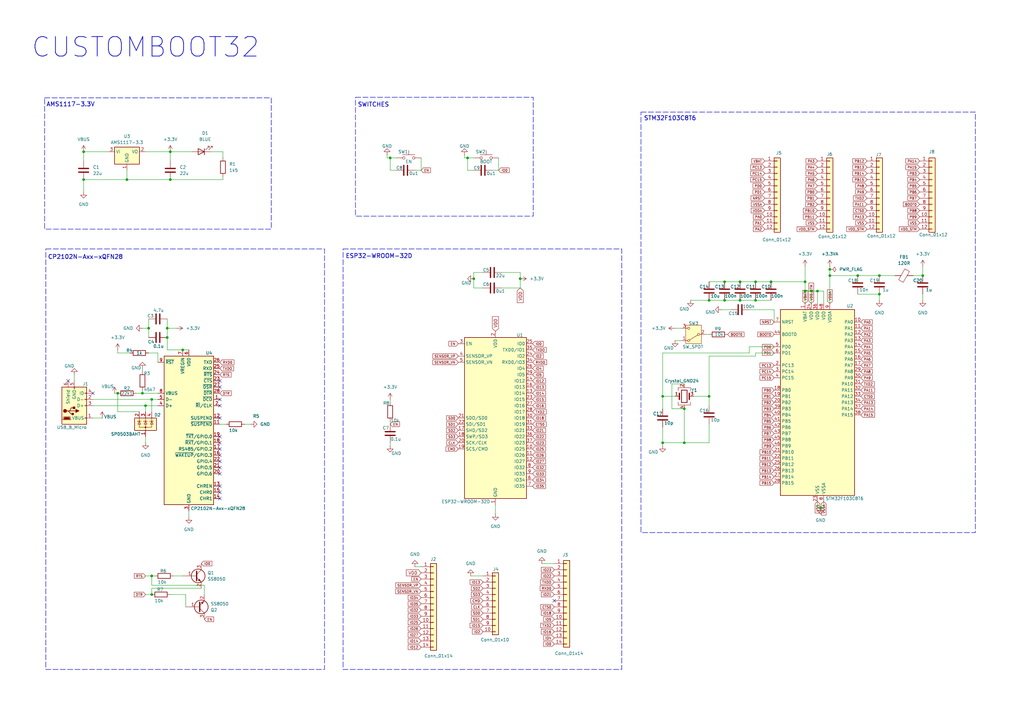
<source format=kicad_sch>
(kicad_sch (version 20231120) (generator "eeschema") (generator_version "8.0")
  (paper "A3")
  (title_block (title "CustomBoot32") (date "2025-07-03") (rev "v1") (company "Society of Robotics and Automation ") (comment 1 "Archit More"))
  (junction (at 62.23 236.22))
  (junction (at 271.78 181.61))
  (junction (at 335.28 119.38))
  (junction (at 52.07 73.66))
  (junction (at 60.96 134.62))
  (junction (at 297.18 115.57))
  (junction (at 332.74 119.38))
  (junction (at 62.23 163.83))
  (junction (at 68.58 134.62))
  (junction (at 330.2 119.38))
  (junction (at 213.36 114.3))
  (junction (at 74.93 143.51))
  (junction (at 303.53 123.19))
  (junction (at 160.02 64.77))
  (junction (at 309.88 115.57))
  (junction (at 34.29 62.23))
  (junction (at 309.88 123.19))
  (junction (at 360.68 113.03))
  (junction (at 360.68 120.65))
  (junction (at 340.36 113.03))
  (junction (at 68.58 138.43))
  (junction (at 62.23 243.84))
  (junction (at 290.83 162.56))
  (junction (at 59.69 166.37))
  (junction (at 303.53 115.57))
  (junction (at 69.85 73.66))
  (junction (at 34.29 73.66))
  (junction (at 340.36 110.49))
  (junction (at 316.23 115.57))
  (junction (at 69.85 62.23))
  (junction (at 48.26 161.29))
  (junction (at 290.83 123.19))
  (junction (at 378.46 113.03))
  (junction (at 58.42 161.29))
  (junction (at 280.67 181.61))
  (junction (at 336.55 208.28))
  (junction (at 271.78 162.56))
  (junction (at 191.77 64.77))
  (junction (at 280.67 167.64))
  (junction (at 297.18 123.19))
  (junction (at 351.79 113.03))
  (junction (at 330.2 115.57))
  (junction (at 194.31 114.3))
  (no_connect (at 90.17 171.45))
  (no_connect (at 90.17 166.37))
  (no_connect (at 90.17 179.07))
  (no_connect (at 90.17 184.15))
  (no_connect (at 90.17 204.47))
  (no_connect (at 90.17 189.23))
  (no_connect (at 90.17 199.39))
  (no_connect (at 90.17 186.69))
  (no_connect (at 27.94 156.21))
  (no_connect (at 90.17 163.83))
  (no_connect (at 227.33 246.38))
  (no_connect (at 90.17 201.93))
  (no_connect (at 90.17 158.75))
  (no_connect (at 90.17 156.21))
  (no_connect (at 38.1 161.29))
  (no_connect (at 90.17 181.61))
  (no_connect (at 90.17 191.77))
  (no_connect (at 90.17 194.31))
  (wire (pts (xy 280.67 157.48) (xy 275.59 157.48)))
  (wire (pts (xy 332.74 119.38) (xy 335.28 119.38)))
  (wire (pts (xy 213.36 114.3) (xy 213.36 118.11)))
  (wire (pts (xy 378.46 120.65) (xy 378.46 123.19)))
  (wire (pts (xy 190.5 63.5) (xy 190.5 64.77)))
  (wire (pts (xy 160.02 181.61) (xy 160.02 182.88)))
  (wire (pts (xy 71.12 236.22) (xy 74.93 236.22)))
  (wire (pts (xy 38.1 171.45) (xy 41.91 171.45)))
  (wire (pts (xy 283.21 123.19) (xy 290.83 123.19)))
  (wire (pts (xy 77.47 209.55) (xy 77.47 212.09)))
  (wire (pts (xy 30.48 153.67) (xy 30.48 156.21)))
  (wire (pts (xy 275.59 167.64) (xy 280.67 167.64)))
  (wire (pts (xy 68.58 143.51) (xy 68.58 138.43)))
  (wire (pts (xy 34.29 62.23) (xy 34.29 66.04)))
  (wire (pts (xy 271.78 175.26) (xy 271.78 181.61)))
  (wire (pts (xy 59.69 243.84) (xy 62.23 243.84)))
  (wire (pts (xy 62.23 236.22) (xy 63.5 236.22)))
  (wire (pts (xy 307.34 142.24) (xy 307.34 144.78)))
  (wire (pts (xy 337.82 205.74) (xy 337.82 208.28)))
  (wire (pts (xy 57.15 168.91) (xy 48.26 168.91)))
  (wire (pts (xy 64.77 144.78) (xy 64.77 148.59)))
  (wire (pts (xy 74.93 143.51) (xy 77.47 143.51)))
  (wire (pts (xy 170.18 69.85) (xy 172.72 69.85)))
  (wire (pts (xy 307.34 144.78) (xy 271.78 144.78)))
  (wire (pts (xy 91.44 73.66) (xy 69.85 73.66)))
  (wire (pts (xy 48.26 168.91) (xy 48.26 161.29)))
  (wire (pts (xy 191.77 64.77) (xy 194.31 64.77)))
  (wire (pts (xy 280.67 167.64) (xy 280.67 181.61)))
  (wire (pts (xy 194.31 69.85) (xy 191.77 69.85)))
  (wire (pts (xy 289.56 137.16) (xy 290.83 137.16)))
  (wire (pts (xy 284.48 162.56) (xy 290.83 162.56)))
  (wire (pts (xy 58.42 161.29) (xy 64.77 161.29)))
  (wire (pts (xy 83.82 243.84) (xy 83.82 240.03)))
  (wire (pts (xy 76.2 243.84) (xy 76.2 248.92)))
  (wire (pts (xy 335.28 205.74) (xy 335.28 208.28)))
  (wire (pts (xy 330.2 109.22) (xy 330.2 115.57)))
  (wire (pts (xy 205.74 111.76) (xy 213.36 111.76)))
  (wire (pts (xy 205.74 118.11) (xy 213.36 118.11)))
  (wire (pts (xy 59.69 62.23) (xy 69.85 62.23)))
  (wire (pts (xy 58.42 134.62) (xy 60.96 134.62)))
  (wire (pts (xy 193.04 236.22) (xy 198.12 236.22)))
  (wire (pts (xy 34.29 73.66) (xy 52.07 73.66)))
  (wire (pts (xy 309.88 144.78) (xy 309.88 146.05)))
  (wire (pts (xy 295.91 127) (xy 299.72 127)))
  (wire (pts (xy 330.2 119.38) (xy 332.74 119.38)))
  (wire (pts (xy 337.82 119.38) (xy 337.82 124.46)))
  (wire (pts (xy 160.02 69.85) (xy 160.02 64.77)))
  (wire (pts (xy 297.18 123.19) (xy 303.53 123.19)))
  (wire (pts (xy 290.83 123.19) (xy 297.18 123.19)))
  (wire (pts (xy 317.5 127) (xy 317.5 132.08)))
  (wire (pts (xy 309.88 144.78) (xy 317.5 144.78)))
  (wire (pts (xy 330.2 115.57) (xy 330.2 119.38)))
  (wire (pts (xy 59.69 179.07) (xy 59.69 181.61)))
  (wire (pts (xy 160.02 64.77) (xy 162.56 64.77)))
  (wire (pts (xy 86.36 62.23) (xy 91.44 62.23)))
  (wire (pts (xy 271.78 162.56) (xy 276.86 162.56)))
  (wire (pts (xy 160.02 163.83) (xy 160.02 165.1)))
  (wire (pts (xy 55.88 161.29) (xy 58.42 161.29)))
  (wire (pts (xy 337.82 208.28) (xy 336.55 208.28)))
  (wire (pts (xy 374.65 113.03) (xy 378.46 113.03)))
  (wire (pts (xy 213.36 111.76) (xy 213.36 114.3)))
  (wire (pts (xy 83.82 240.03) (xy 62.23 240.03)))
  (wire (pts (xy 330.2 119.38) (xy 330.2 124.46)))
  (wire (pts (xy 46.99 161.29) (xy 48.26 161.29)))
  (wire (pts (xy 58.42 151.13) (xy 58.42 152.4)))
  (wire (pts (xy 297.18 115.57) (xy 303.53 115.57)))
  (wire (pts (xy 307.34 142.24) (xy 317.5 142.24)))
  (wire (pts (xy 290.83 162.56) (xy 290.83 166.37)))
  (wire (pts (xy 335.28 208.28) (xy 336.55 208.28)))
  (wire (pts (xy 290.83 115.57) (xy 297.18 115.57)))
  (wire (pts (xy 34.29 62.23) (xy 44.45 62.23)))
  (wire (pts (xy 91.44 72.39) (xy 91.44 73.66)))
  (wire (pts (xy 222.25 231.14) (xy 227.33 231.14)))
  (wire (pts (xy 59.69 166.37) (xy 64.77 166.37)))
  (wire (pts (xy 158.75 64.77) (xy 160.02 64.77)))
  (wire (pts (xy 335.28 119.38) (xy 337.82 119.38)))
  (wire (pts (xy 170.18 232.41) (xy 172.72 232.41)))
  (wire (pts (xy 158.75 63.5) (xy 158.75 64.77)))
  (wire (pts (xy 190.5 64.77) (xy 191.77 64.77)))
  (wire (pts (xy 198.12 118.11) (xy 194.31 118.11)))
  (wire (pts (xy 48.26 144.78) (xy 53.34 144.78)))
  (wire (pts (xy 38.1 163.83) (xy 62.23 163.83)))
  (wire (pts (xy 201.93 69.85) (xy 204.47 69.85)))
  (wire (pts (xy 351.79 113.03) (xy 340.36 113.03)))
  (wire (pts (xy 68.58 130.81) (xy 68.58 134.62)))
  (wire (pts (xy 194.31 114.3) (xy 194.31 111.76)))
  (wire (pts (xy 204.47 64.77) (xy 204.47 69.85)))
  (wire (pts (xy 378.46 109.22) (xy 378.46 113.03)))
  (wire (pts (xy 194.31 111.76) (xy 198.12 111.76)))
  (wire (pts (xy 280.67 181.61) (xy 271.78 181.61)))
  (wire (pts (xy 191.77 69.85) (xy 191.77 64.77)))
  (wire (pts (xy 58.42 160.02) (xy 58.42 161.29)))
  (wire (pts (xy 90.17 173.99) (xy 92.71 173.99)))
  (wire (pts (xy 60.96 134.62) (xy 60.96 138.43)))
  (wire (pts (xy 271.78 167.64) (xy 271.78 162.56)))
  (wire (pts (xy 340.36 113.03) (xy 340.36 124.46)))
  (wire (pts (xy 62.23 240.03) (xy 62.23 236.22)))
  (wire (pts (xy 59.69 236.22) (xy 62.23 236.22)))
  (wire (pts (xy 172.72 64.77) (xy 172.72 69.85)))
  (wire (pts (xy 69.85 62.23) (xy 78.74 62.23)))
  (wire (pts (xy 160.02 172.72) (xy 160.02 173.99)))
  (wire (pts (xy 162.56 69.85) (xy 160.02 69.85)))
  (wire (pts (xy 276.86 139.7) (xy 279.4 139.7)))
  (wire (pts (xy 34.29 73.66) (xy 34.29 78.74)))
  (wire (pts (xy 62.23 241.3) (xy 62.23 243.84)))
  (wire (pts (xy 309.88 115.57) (xy 316.23 115.57)))
  (wire (pts (xy 303.53 123.19) (xy 309.88 123.19)))
  (wire (pts (xy 276.86 134.62) (xy 279.4 134.62)))
  (wire (pts (xy 69.85 62.23) (xy 69.85 66.04)))
  (wire (pts (xy 68.58 134.62) (xy 72.39 134.62)))
  (wire (pts (xy 69.85 243.84) (xy 76.2 243.84)))
  (wire (pts (xy 194.31 118.11) (xy 194.31 114.3)))
  (wire (pts (xy 271.78 144.78) (xy 271.78 162.56)))
  (wire (pts (xy 91.44 62.23) (xy 91.44 64.77)))
  (wire (pts (xy 60.96 130.81) (xy 60.96 134.62)))
  (wire (pts (xy 62.23 163.83) (xy 64.77 163.83)))
  (wire (pts (xy 303.53 115.57) (xy 309.88 115.57)))
  (wire (pts (xy 290.83 146.05) (xy 290.83 162.56)))
  (wire (pts (xy 100.33 173.99) (xy 102.87 173.99)))
  (wire (pts (xy 62.23 163.83) (xy 62.23 168.91)))
  (wire (pts (xy 52.07 69.85) (xy 52.07 73.66)))
  (wire (pts (xy 271.78 181.61) (xy 271.78 182.88)))
  (wire (pts (xy 290.83 173.99) (xy 290.83 181.61)))
  (wire (pts (xy 360.68 120.65) (xy 360.68 123.19)))
  (wire (pts (xy 335.28 119.38) (xy 335.28 124.46)))
  (wire (pts (xy 340.36 110.49) (xy 340.36 113.03)))
  (wire (pts (xy 68.58 134.62) (xy 68.58 138.43)))
  (wire (pts (xy 60.96 144.78) (xy 64.77 144.78)))
  (wire (pts (xy 340.36 109.22) (xy 340.36 110.49)))
  (wire (pts (xy 52.07 73.66) (xy 69.85 73.66)))
  (wire (pts (xy 351.79 113.03) (xy 360.68 113.03)))
  (wire (pts (xy 48.26 143.51) (xy 48.26 144.78)))
  (wire (pts (xy 290.83 181.61) (xy 280.67 181.61)))
  (wire (pts (xy 275.59 157.48) (xy 275.59 167.64)))
  (wire (pts (xy 360.68 113.03) (xy 367.03 113.03)))
  (wire (pts (xy 68.58 143.51) (xy 74.93 143.51)))
  (wire (pts (xy 351.79 120.65) (xy 360.68 120.65)))
  (wire (pts (xy 332.74 119.38) (xy 332.74 124.46)))
  (wire (pts (xy 309.88 146.05) (xy 290.83 146.05)))
  (wire (pts (xy 309.88 123.19) (xy 316.23 123.19)))
  (wire (pts (xy 203.2 207.01) (xy 203.2 210.82)))
  (wire (pts (xy 307.34 127) (xy 317.5 127)))
  (wire (pts (xy 38.1 166.37) (xy 59.69 166.37)))
  (wire (pts (xy 316.23 115.57) (xy 330.2 115.57)))
  (wire (pts (xy 82.55 241.3) (xy 62.23 241.3)))
  (wire (pts (xy 59.69 166.37) (xy 59.69 168.91)))
  (rectangle (start 18.288 40.132) (end 111.252 93.98) (stroke (width 0.2) (type dash)))
  (rectangle (start 18.796 102.108) (end 133.096 274.574) (stroke (width 0.2) (type dash)))
  (rectangle (start 145.796 39.878) (end 218.694 88.646) (stroke (width 0.2) (type dash)))
  (rectangle (start 262.89 45.974) (end 400.05 218.44) (stroke (width 0.2) (type dash)))
  (rectangle (start 140.716 102.108) (end 255.016 274.574) (stroke (width 0.2) (type dash)))
  (text "CP2102N-Axx-xQFN28\n\n" (at 35.052 106.934 0) (effects (font (size 1.75 1.75) (thickness 0.254) (bold yes))))
  (text "SWITCHES\n\n" (at 153.162 44.45 0) (effects (font (size 1.75 1.75) (thickness 0.254) (bold yes))))
  (text "ESP32-WROOM-32D\n" (at 155.448 105.156 0) (effects (font (size 1.75 1.75) (thickness 0.254) (bold yes))))
  (text "AMS1117-3.3V\n" (at 28.956 42.926 0) (effects (font (size 1.75 1.75) (thickness 0.254) (bold yes))))
  (text "STM32F103C8T6\n\n" (at 274.828 50.038 0) (effects (font (size 1.75 1.75) (thickness 0.254) (bold yes))))
  (text "CUSTOMBOOT32" (at 59.69 19.558 0) (effects (font (size 8 8) (thickness 0.28) (bold yes))))
  (global_label "SD0" (shape input) (at 198.12 251.46 180) (effects (font (size 1 1))) (property "Intersheetrefs" "${INTERSHEET_REFS}" (effects (hide yes))))
  (global_label "PB15" (shape input) (at 355.6 73.66 180) (effects (font (size 1 1))) (property "Intersheetrefs" "${INTERSHEET_REFS}" (effects (hide yes))))
  (global_label "IO4" (shape input) (at 218.44 151.13 0) (effects (font (size 1 1))) (property "Intersheetrefs" "${INTERSHEET_REFS}" (effects (hide yes))))
  (global_label "TXDO" (shape input) (at 90.17 151.13 0) (effects (font (size 1 1))) (property "Intersheetrefs" "${INTERSHEET_REFS}" (effects (hide yes))))
  (global_label "CLK" (shape input) (at 198.12 248.92 180) (effects (font (size 1 1))) (property "Intersheetrefs" "${INTERSHEET_REFS}" (effects (hide yes))))
  (global_label "TXD2" (shape input) (at 218.44 168.91 0) (effects (font (size 1 1))) (property "Intersheetrefs" "${INTERSHEET_REFS}" (effects (hide yes))))
  (global_label "IO12" (shape input) (at 172.72 265.43 180) (effects (font (size 1 1))) (property "Intersheetrefs" "${INTERSHEET_REFS}" (effects (hide yes))))
  (global_label "SD0" (shape input) (at 187.96 171.45 180) (effects (font (size 1 1))) (property "Intersheetrefs" "${INTERSHEET_REFS}" (effects (hide yes))))
  (global_label "IO33" (shape input) (at 218.44 194.31 0) (effects (font (size 1 1))) (property "Intersheetrefs" "${INTERSHEET_REFS}" (effects (hide yes))))
  (global_label "PB10" (shape input) (at 317.5 185.42 180) (effects (font (size 1 1))) (property "Intersheetrefs" "${INTERSHEET_REFS}" (effects (hide yes))))
  (global_label "IO22" (shape input) (at 227.33 236.22 180) (effects (font (size 1 1))) (property "Intersheetrefs" "${INTERSHEET_REFS}" (effects (hide yes))))
  (global_label "PD0" (shape input) (at 317.5 142.24 180) (effects (font (size 1 1))) (property "Intersheetrefs" "${INTERSHEET_REFS}" (effects (hide yes))))
  (global_label "IO5" (shape input) (at 227.33 254 180) (effects (font (size 1 1))) (property "Intersheetrefs" "${INTERSHEET_REFS}" (effects (hide yes))))
  (global_label "PA1" (shape input) (at 313.69 91.44 180) (effects (font (size 1 1))) (property "Intersheetrefs" "${INTERSHEET_REFS}" (effects (hide yes))))
  (global_label "PB7" (shape input) (at 317.5 177.8 180) (effects (font (size 1 1))) (property "Intersheetrefs" "${INTERSHEET_REFS}" (effects (hide yes))))
  (global_label "PC15" (shape input) (at 313.69 73.66 180) (effects (font (size 1 1))) (property "Intersheetrefs" "${INTERSHEET_REFS}" (effects (hide yes))))
  (global_label "SENSOR_VN" (shape input) (at 187.96 148.59 180) (effects (font (size 1 1))) (property "Intersheetrefs" "${INTERSHEET_REFS}" (effects (hide yes))))
  (global_label "BOOT0" (shape input) (at 317.5 137.16 180) (effects (font (size 1 1))) (property "Intersheetrefs" "${INTERSHEET_REFS}" (effects (hide yes))))
  (global_label "IO15" (shape input) (at 198.12 256.54 180) (effects (font (size 1 1))) (property "Intersheetrefs" "${INTERSHEET_REFS}" (effects (hide yes))))
  (global_label "PB13" (shape input) (at 355.6 68.58 180) (effects (font (size 1 1))) (property "Intersheetrefs" "${INTERSHEET_REFS}" (effects (hide yes))))
  (global_label "CTS0" (shape input) (at 355.6 86.36 180) (effects (font (size 1 1))) (property "Intersheetrefs" "${INTERSHEET_REFS}" (effects (hide yes))))
  (global_label "PA7" (shape input) (at 335.28 76.2 180) (effects (font (size 1 1))) (property "Intersheetrefs" "${INTERSHEET_REFS}" (effects (hide yes))))
  (global_label "DTR" (shape input) (at 90.17 161.29 0) (effects (font (size 1 1))) (property "Intersheetrefs" "${INTERSHEET_REFS}" (effects (hide yes))))
  (global_label "IO0" (shape input) (at 227.33 264.16 180) (effects (font (size 1 1))) (property "Intersheetrefs" "${INTERSHEET_REFS}" (effects (hide yes))))
  (global_label "RTS" (shape input) (at 59.69 236.22 180) (effects (font (size 1 1))) (property "Intersheetrefs" "${INTERSHEET_REFS}" (effects (hide yes))))
  (global_label "PB6" (shape input) (at 317.5 175.26 180) (effects (font (size 1 1))) (property "Intersheetrefs" "${INTERSHEET_REFS}" (effects (hide yes))))
  (global_label "PB4" (shape input) (at 317.5 170.18 180) (effects (font (size 1 1))) (property "Intersheetrefs" "${INTERSHEET_REFS}" (effects (hide yes))))
  (global_label "IO0" (shape input) (at 204.47 69.85 0) (effects (font (size 1 1))) (property "Intersheetrefs" "${INTERSHEET_REFS}" (effects (hide yes))))
  (global_label "PA5" (shape input) (at 335.28 71.12 180) (effects (font (size 1 1))) (property "Intersheetrefs" "${INTERSHEET_REFS}" (effects (hide yes))))
  (global_label "EN" (shape input) (at 172.72 237.49 180) (effects (font (size 1 1))) (property "Intersheetrefs" "${INTERSHEET_REFS}" (effects (hide yes))))
  (global_label "PC13" (shape input) (at 313.69 68.58 180) (effects (font (size 1 1))) (property "Intersheetrefs" "${INTERSHEET_REFS}" (effects (hide yes))))
  (global_label "IO5" (shape input) (at 218.44 153.67 0) (effects (font (size 1 1))) (property "Intersheetrefs" "${INTERSHEET_REFS}" (effects (hide yes))))
  (global_label "PB12" (shape input) (at 355.6 66.04 180) (effects (font (size 1 1))) (property "Intersheetrefs" "${INTERSHEET_REFS}" (effects (hide yes))))
  (global_label "IO32" (shape input) (at 218.44 191.77 0) (effects (font (size 1 1))) (property "Intersheetrefs" "${INTERSHEET_REFS}" (effects (hide yes))))
  (global_label "PB8" (shape input) (at 377.19 86.36 180) (effects (font (size 1 1))) (property "Intersheetrefs" "${INTERSHEET_REFS}" (effects (hide yes))))
  (global_label "PC15" (shape input) (at 317.5 154.94 180) (effects (font (size 1 1))) (property "Intersheetrefs" "${INTERSHEET_REFS}" (effects (hide yes))))
  (global_label "PB5" (shape input) (at 317.5 172.72 180) (effects (font (size 1 1))) (property "Intersheetrefs" "${INTERSHEET_REFS}" (effects (hide yes))))
  (global_label "PC14" (shape input) (at 317.5 152.4 180) (effects (font (size 1 1))) (property "Intersheetrefs" "${INTERSHEET_REFS}" (effects (hide yes))))
  (global_label "CMD" (shape input) (at 198.12 246.38 180) (effects (font (size 1 1))) (property "Intersheetrefs" "${INTERSHEET_REFS}" (effects (hide yes))))
  (global_label "NRST" (shape input) (at 317.5 132.08 180) (effects (font (size 1 1))) (property "Intersheetrefs" "${INTERSHEET_REFS}" (effects (hide yes))))
  (global_label "SENSOR_VP" (shape input) (at 172.72 240.03 180) (effects (font (size 1 1))) (property "Intersheetrefs" "${INTERSHEET_REFS}" (effects (hide yes))))
  (global_label "VDD" (shape input) (at 203.2 135.89 90) (property "Intersheetrefs" "${INTERSHEET_REFS}" (effects (hide yes))))
  (global_label "RTS" (shape input) (at 90.17 153.67 0) (effects (font (size 1 1))) (property "Intersheetrefs" "${INTERSHEET_REFS}" (effects (hide yes))))
  (global_label "IO14" (shape input) (at 218.44 161.29 0) (effects (font (size 1 1))) (property "Intersheetrefs" "${INTERSHEET_REFS}" (effects (hide yes))))
  (global_label "IO18" (shape input) (at 218.44 171.45 0) (effects (font (size 1 1))) (property "Intersheetrefs" "${INTERSHEET_REFS}" (effects (hide yes))))
  (global_label "IO27" (shape input) (at 172.72 260.35 180) (effects (font (size 1 1))) (property "Intersheetrefs" "${INTERSHEET_REFS}" (effects (hide yes))))
  (global_label "IO0" (shape input) (at 82.55 231.14 0) (effects (font (size 1 1))) (property "Intersheetrefs" "${INTERSHEET_REFS}" (effects (hide yes))))
  (global_label "PA5" (shape input) (at 353.06 144.78 0) (effects (font (size 1 1))) (property "Intersheetrefs" "${INTERSHEET_REFS}" (effects (hide yes))))
  (global_label "TXD2" (shape input) (at 227.33 256.54 180) (effects (font (size 1 1))) (property "Intersheetrefs" "${INTERSHEET_REFS}" (effects (hide yes))))
  (global_label "IO35" (shape input) (at 218.44 199.39 0) (effects (font (size 1 1))) (property "Intersheetrefs" "${INTERSHEET_REFS}" (effects (hide yes))))
  (global_label "DTR" (shape input) (at 59.69 243.84 180) (effects (font (size 1 1))) (property "Intersheetrefs" "${INTERSHEET_REFS}" (effects (hide yes))))
  (global_label "PB5" (shape input) (at 377.19 76.2 180) (effects (font (size 1 1))) (property "Intersheetrefs" "${INTERSHEET_REFS}" (effects (hide yes))))
  (global_label "PA0" (shape input) (at 353.06 132.08 0) (effects (font (size 1 1))) (property "Intersheetrefs" "${INTERSHEET_REFS}" (effects (hide yes))))
  (global_label "RXD0" (shape input) (at 218.44 148.59 0) (effects (font (size 1 1))) (property "Intersheetrefs" "${INTERSHEET_REFS}" (effects (hide yes))))
  (global_label "PB1" (shape input) (at 317.5 162.56 180) (effects (font (size 1 1))) (property "Intersheetrefs" "${INTERSHEET_REFS}" (effects (hide yes))))
  (global_label "PA2" (shape input) (at 313.69 93.98 180) (effects (font (size 1 1))) (property "Intersheetrefs" "${INTERSHEET_REFS}" (effects (hide yes))))
  (global_label "PA11" (shape input) (at 353.06 160.02 0) (effects (font (size 1 1))) (property "Intersheetrefs" "${INTERSHEET_REFS}" (effects (hide yes))))
  (global_label "PA1" (shape input) (at 353.06 134.62 0) (effects (font (size 1 1))) (property "Intersheetrefs" "${INTERSHEET_REFS}" (effects (hide yes))))
  (global_label "BOOT0" (shape input) (at 377.19 83.82 180) (effects (font (size 1 1))) (property "Intersheetrefs" "${INTERSHEET_REFS}" (effects (hide yes))))
  (global_label "IO34" (shape input) (at 172.72 245.11 180) (effects (font (size 1 1))) (property "Intersheetrefs" "${INTERSHEET_REFS}" (effects (hide yes))))
  (global_label "PA13" (shape input) (at 353.06 165.1 0) (effects (font (size 1 1))) (property "Intersheetrefs" "${INTERSHEET_REFS}" (effects (hide yes))))
  (global_label "VDD_STM" (shape input) (at 335.28 93.98 180) (effects (font (size 1 1))) (property "Intersheetrefs" "${INTERSHEET_REFS}" (effects (hide yes))))
  (global_label "PB14" (shape input) (at 355.6 71.12 180) (effects (font (size 1 1))) (property "Intersheetrefs" "${INTERSHEET_REFS}" (effects (hide yes))))
  (global_label "EN" (shape input) (at 83.82 254 0) (effects (font (size 1 1))) (property "Intersheetrefs" "${INTERSHEET_REFS}" (effects (hide yes))))
  (global_label "PB2" (shape input) (at 317.5 165.1 180) (effects (font (size 1 1))) (property "Intersheetrefs" "${INTERSHEET_REFS}" (effects (hide yes))))
  (global_label "PB0" (shape input) (at 335.28 78.74 180) (effects (font (size 1 1))) (property "Intersheetrefs" "${INTERSHEET_REFS}" (effects (hide yes))))
  (global_label "VSS" (shape input) (at 377.19 91.44 180) (effects (font (size 1 1))) (property "Intersheetrefs" "${INTERSHEET_REFS}" (effects (hide yes))))
  (global_label "EN" (shape input) (at 172.72 69.85 0) (effects (font (size 1 1))) (property "Intersheetrefs" "${INTERSHEET_REFS}" (effects (hide yes))))
  (global_label "PB12" (shape input) (at 317.5 190.5 180) (effects (font (size 1 1))) (property "Intersheetrefs" "${INTERSHEET_REFS}" (effects (hide yes))))
  (global_label "PA8" (shape input) (at 355.6 76.2 180) (effects (font (size 1 1))) (property "Intersheetrefs" "${INTERSHEET_REFS}" (effects (hide yes))))
  (global_label "PA2" (shape input) (at 353.06 137.16 0) (effects (font (size 1 1))) (property "Intersheetrefs" "${INTERSHEET_REFS}" (effects (hide yes))))
  (global_label "PC14" (shape input) (at 313.69 71.12 180) (effects (font (size 1 1))) (property "Intersheetrefs" "${INTERSHEET_REFS}" (effects (hide yes))))
  (global_label "PB15" (shape input) (at 317.5 198.12 180) (effects (font (size 1 1))) (property "Intersheetrefs" "${INTERSHEET_REFS}" (effects (hide yes))))
  (global_label "IO2" (shape input) (at 218.44 146.05 0) (effects (font (size 1 1))) (property "Intersheetrefs" "${INTERSHEET_REFS}" (effects (hide yes))))
  (global_label "IO27" (shape input) (at 218.44 189.23 0) (effects (font (size 1 1))) (property "Intersheetrefs" "${INTERSHEET_REFS}" (effects (hide yes))))
  (global_label "IO18" (shape input) (at 227.33 251.46 180) (effects (font (size 1 1))) (property "Intersheetrefs" "${INTERSHEET_REFS}" (effects (hide yes))))
  (global_label "PA9" (shape input) (at 355.6 78.74 180) (effects (font (size 1 1))) (property "Intersheetrefs" "${INTERSHEET_REFS}" (effects (hide yes))))
  (global_label "PD1" (shape input) (at 317.5 144.78 180) (effects (font (size 1 1))) (property "Intersheetrefs" "${INTERSHEET_REFS}" (effects (hide yes))))
  (global_label "PB14" (shape input) (at 317.5 195.58 180) (effects (font (size 1 1))) (property "Intersheetrefs" "${INTERSHEET_REFS}" (effects (hide yes))))
  (global_label "PA3" (shape input) (at 335.28 66.04 180) (effects (font (size 1 1))) (property "Intersheetrefs" "${INTERSHEET_REFS}" (effects (hide yes))))
  (global_label "PB9" (shape input) (at 377.19 88.9 180) (effects (font (size 1 1))) (property "Intersheetrefs" "${INTERSHEET_REFS}" (effects (hide yes))))
  (global_label "NRST" (shape input) (at 313.69 81.28 180) (effects (font (size 1 1))) (property "Intersheetrefs" "${INTERSHEET_REFS}" (effects (hide yes))))
  (global_label "PB0" (shape input) (at 317.5 160.02 180) (effects (font (size 1 1))) (property "Intersheetrefs" "${INTERSHEET_REFS}" (effects (hide yes))))
  (global_label "PB8" (shape input) (at 317.5 180.34 180) (effects (font (size 1 1))) (property "Intersheetrefs" "${INTERSHEET_REFS}" (effects (hide yes))))
  (global_label "IO16" (shape input) (at 227.33 259.08 180) (effects (font (size 1 1))) (property "Intersheetrefs" "${INTERSHEET_REFS}" (effects (hide yes))))
  (global_label "RXD0" (shape input) (at 90.17 148.59 0) (effects (font (size 1 1))) (property "Intersheetrefs" "${INTERSHEET_REFS}" (effects (hide yes))))
  (global_label "IO15" (shape input) (at 218.44 163.83 0) (effects (font (size 1 1))) (property "Intersheetrefs" "${INTERSHEET_REFS}" (effects (hide yes))))
  (global_label "IO13" (shape input) (at 198.12 238.76 180) (effects (font (size 1 1))) (property "Intersheetrefs" "${INTERSHEET_REFS}" (effects (hide yes))))
  (global_label "PA9" (shape input) (at 353.06 154.94 0) (effects (font (size 1 1))) (property "Intersheetrefs" "${INTERSHEET_REFS}" (effects (hide yes))))
  (global_label "TXDO" (shape input) (at 218.44 143.51 0) (effects (font (size 1 1))) (property "Intersheetrefs" "${INTERSHEET_REFS}" (effects (hide yes))))
  (global_label "IO22" (shape input) (at 218.44 179.07 0) (effects (font (size 1 1))) (property "Intersheetrefs" "${INTERSHEET_REFS}" (effects (hide yes))))
  (global_label "PA14" (shape input) (at 377.19 66.04 180) (effects (font (size 1 1))) (property "Intersheetrefs" "${INTERSHEET_REFS}" (effects (hide yes))))
  (global_label "IO23" (shape input) (at 227.33 233.68 180) (effects (font (size 1 1))) (property "Intersheetrefs" "${INTERSHEET_REFS}" (effects (hide yes))))
  (global_label "VSS" (shape input) (at 355.6 91.44 180) (effects (font (size 1 1))) (property "Intersheetrefs" "${INTERSHEET_REFS}" (effects (hide yes))))
  (global_label "PB10" (shape input) (at 335.28 86.36 180) (effects (font (size 1 1))) (property "Intersheetrefs" "${INTERSHEET_REFS}" (effects (hide yes))))
  (global_label "IO25" (shape input) (at 218.44 184.15 0) (effects (font (size 1 1))) (property "Intersheetrefs" "${INTERSHEET_REFS}" (effects (hide yes))))
  (global_label "PB4" (shape input) (at 377.19 73.66 180) (effects (font (size 1 1))) (property "Intersheetrefs" "${INTERSHEET_REFS}" (effects (hide yes))))
  (global_label "CTS0" (shape input) (at 227.33 248.92 180) (effects (font (size 1 1))) (property "Intersheetrefs" "${INTERSHEET_REFS}" (effects (hide yes))))
  (global_label "PA13" (shape input) (at 355.6 88.9 180) (effects (font (size 1 1))) (property "Intersheetrefs" "${INTERSHEET_REFS}" (effects (hide yes))))
  (global_label "PA3" (shape input) (at 353.06 139.7 0) (effects (font (size 1 1))) (property "Intersheetrefs" "${INTERSHEET_REFS}" (effects (hide yes))))
  (global_label "VBAT" (shape input) (at 313.69 66.04 180) (effects (font (size 1 1))) (property "Intersheetrefs" "${INTERSHEET_REFS}" (effects (hide yes))))
  (global_label "SD2" (shape input) (at 198.12 241.3 180) (effects (font (size 1 1))) (property "Intersheetrefs" "${INTERSHEET_REFS}" (effects (hide yes))))
  (global_label "PD1" (shape input) (at 313.69 78.74 180) (effects (font (size 1 1))) (property "Intersheetrefs" "${INTERSHEET_REFS}" (effects (hide yes))))
  (global_label "SENSOR_VN" (shape input) (at 172.72 242.57 180) (effects (font (size 1 1))) (property "Intersheetrefs" "${INTERSHEET_REFS}" (effects (hide yes))))
  (global_label "SD2" (shape input) (at 187.96 176.53 180) (effects (font (size 1 1))) (property "Intersheetrefs" "${INTERSHEET_REFS}" (effects (hide yes))))
  (global_label "SD3" (shape input) (at 187.96 179.07 180) (effects (font (size 1 1))) (property "Intersheetrefs" "${INTERSHEET_REFS}" (effects (hide yes))))
  (global_label "EN" (shape input) (at 187.96 140.97 180) (effects (font (size 1 1))) (property "Intersheetrefs" "${INTERSHEET_REFS}" (effects (hide yes))))
  (global_label "IO0" (shape input) (at 218.44 140.97 0) (effects (font (size 1 1))) (property "Intersheetrefs" "${INTERSHEET_REFS}" (effects (hide yes))))
  (global_label "TXDO" (shape input) (at 227.33 238.76 180) (effects (font (size 1 1))) (property "Intersheetrefs" "${INTERSHEET_REFS}" (effects (hide yes))))
  (global_label "VBAT" (shape input) (at 330.2 124.46 90) (effects (font (size 1 1))) (property "Intersheetrefs" "${INTERSHEET_REFS}" (effects (hide yes))))
  (global_label "RXD0" (shape input) (at 227.33 241.3 180) (effects (font (size 1 1))) (property "Intersheetrefs" "${INTERSHEET_REFS}" (effects (hide yes))))
  (global_label "IO16" (shape input) (at 218.44 166.37 0) (effects (font (size 1 1))) (property "Intersheetrefs" "${INTERSHEET_REFS}" (effects (hide yes))))
  (global_label "PB9" (shape input) (at 317.5 182.88 180) (effects (font (size 1 1))) (property "Intersheetrefs" "${INTERSHEET_REFS}" (effects (hide yes))))
  (global_label "EN" (shape input) (at 160.02 173.99 0) (effects (font (size 1 1))) (property "Intersheetrefs" "${INTERSHEET_REFS}" (effects (hide yes))))
  (global_label "PA7" (shape input) (at 353.06 149.86 0) (effects (font (size 1 1))) (property "Intersheetrefs" "${INTERSHEET_REFS}" (effects (hide yes))))
  (global_label "VDD" (shape input) (at 213.36 118.11 270) (property "Intersheetrefs" "${INTERSHEET_REFS}" (effects (hide yes))))
  (global_label "SD1" (shape input) (at 187.96 173.99 180) (effects (font (size 1 1))) (property "Intersheetrefs" "${INTERSHEET_REFS}" (effects (hide yes))))
  (global_label "PA0" (shape input) (at 313.69 88.9 180) (effects (font (size 1 1))) (property "Intersheetrefs" "${INTERSHEET_REFS}" (effects (hide yes))))
  (global_label "IO26" (shape input) (at 172.72 257.81 180) (effects (font (size 1 1))) (property "Intersheetrefs" "${INTERSHEET_REFS}" (effects (hide yes))))
  (global_label "PD0" (shape input) (at 313.69 76.2 180) (effects (font (size 1 1))) (property "Intersheetrefs" "${INTERSHEET_REFS}" (effects (hide yes))))
  (global_label "PA11" (shape input) (at 355.6 83.82 180) (effects (font (size 1 1))) (property "Intersheetrefs" "${INTERSHEET_REFS}" (effects (hide yes))))
  (global_label "VSS" (shape input) (at 335.28 205.74 270) (effects (font (size 1 1))) (property "Intersheetrefs" "${INTERSHEET_REFS}" (effects (hide yes))))
  (global_label "PB11" (shape input) (at 335.28 88.9 180) (effects (font (size 1 1))) (property "Intersheetrefs" "${INTERSHEET_REFS}" (effects (hide yes))))
  (global_label "VDDA" (shape input) (at 313.69 86.36 180) (effects (font (size 1 1))) (property "Intersheetrefs" "${INTERSHEET_REFS}" (effects (hide yes))))
  (global_label "PA6" (shape input) (at 353.06 147.32 0) (effects (font (size 1 1))) (property "Intersheetrefs" "${INTERSHEET_REFS}" (effects (hide yes))))
  (global_label "IO21" (shape input) (at 227.33 243.84 180) (effects (font (size 1 1))) (property "Intersheetrefs" "${INTERSHEET_REFS}" (effects (hide yes))))
  (global_label "CTS0" (shape input) (at 353.06 162.56 0) (effects (font (size 1 1))) (property "Intersheetrefs" "${INTERSHEET_REFS}" (effects (hide yes))))
  (global_label "TXD2" (shape input) (at 353.06 157.48 0) (effects (font (size 1 1))) (property "Intersheetrefs" "${INTERSHEET_REFS}" (effects (hide yes))))
  (global_label "PA14" (shape input) (at 353.06 167.64 0) (effects (font (size 1 1))) (property "Intersheetrefs" "${INTERSHEET_REFS}" (effects (hide yes))))
  (global_label "PB1" (shape input) (at 335.28 81.28 180) (effects (font (size 1 1))) (property "Intersheetrefs" "${INTERSHEET_REFS}" (effects (hide yes))))
  (global_label "IO21" (shape input) (at 218.44 176.53 0) (effects (font (size 1 1))) (property "Intersheetrefs" "${INTERSHEET_REFS}" (effects (hide yes))))
  (global_label "IO23" (shape input) (at 218.44 181.61 0) (effects (font (size 1 1))) (property "Intersheetrefs" "${INTERSHEET_REFS}" (effects (hide yes))))
  (global_label "IO34" (shape input) (at 218.44 196.85 0) (effects (font (size 1 1))) (property "Intersheetrefs" "${INTERSHEET_REFS}" (effects (hide yes))))
  (global_label "PB6" (shape input) (at 377.19 78.74 180) (effects (font (size 1 1))) (property "Intersheetrefs" "${INTERSHEET_REFS}" (effects (hide yes))))
  (global_label "PA4" (shape input) (at 353.06 142.24 0) (effects (font (size 1 1))) (property "Intersheetrefs" "${INTERSHEET_REFS}" (effects (hide yes))))
  (global_label "SENSOR_VP" (shape input) (at 187.96 146.05 180) (effects (font (size 1 1))) (property "Intersheetrefs" "${INTERSHEET_REFS}" (effects (hide yes))))
  (global_label "IO13" (shape input) (at 218.44 158.75 0) (effects (font (size 1 1))) (property "Intersheetrefs" "${INTERSHEET_REFS}" (effects (hide yes))))
  (global_label "VDD_STM" (shape input) (at 355.6 93.98 180) (effects (font (size 1 1))) (property "Intersheetrefs" "${INTERSHEET_REFS}" (effects (hide yes))))
  (global_label "IO25" (shape input) (at 172.72 255.27 180) (effects (font (size 1 1))) (property "Intersheetrefs" "${INTERSHEET_REFS}" (effects (hide yes))))
  (global_label "IO26" (shape input) (at 218.44 186.69 0) (effects (font (size 1 1))) (property "Intersheetrefs" "${INTERSHEET_REFS}" (effects (hide yes))))
  (global_label "VDD_STM" (shape input) (at 377.19 93.98 180) (effects (font (size 1 1))) (property "Intersheetrefs" "${INTERSHEET_REFS}" (effects (hide yes))))
  (global_label "IO4" (shape input) (at 227.33 261.62 180) (effects (font (size 1 1))) (property "Intersheetrefs" "${INTERSHEET_REFS}" (effects (hide yes))))
  (global_label "IO33" (shape input) (at 172.72 252.73 180) (effects (font (size 1 1))) (property "Intersheetrefs" "${INTERSHEET_REFS}" (effects (hide yes))))
  (global_label "IO32" (shape input) (at 172.72 250.19 180) (effects (font (size 1 1))) (property "Intersheetrefs" "${INTERSHEET_REFS}" (effects (hide yes))))
  (global_label "SD3" (shape input) (at 198.12 243.84 180) (effects (font (size 1 1))) (property "Intersheetrefs" "${INTERSHEET_REFS}" (effects (hide yes))))
  (global_label "PB3" (shape input) (at 317.5 167.64 180) (effects (font (size 1 1))) (property "Intersheetrefs" "${INTERSHEET_REFS}" (effects (hide yes))))
  (global_label "VSSA" (shape input) (at 313.69 83.82 180) (effects (font (size 1 1))) (property "Intersheetrefs" "${INTERSHEET_REFS}" (effects (hide yes))))
  (global_label "PA15" (shape input) (at 353.06 170.18 0) (effects (font (size 1 1))) (property "Intersheetrefs" "${INTERSHEET_REFS}" (effects (hide yes))))
  (global_label "PB3" (shape input) (at 377.19 71.12 180) (effects (font (size 1 1))) (property "Intersheetrefs" "${INTERSHEET_REFS}" (effects (hide yes))))
  (global_label "IO12" (shape input) (at 218.44 156.21 0) (effects (font (size 1 1))) (property "Intersheetrefs" "${INTERSHEET_REFS}" (effects (hide yes))))
  (global_label "IO2" (shape input) (at 198.12 259.08 180) (effects (font (size 1 1))) (property "Intersheetrefs" "${INTERSHEET_REFS}" (effects (hide yes))))
  (global_label "CLK" (shape input) (at 187.96 181.61 180) (effects (font (size 1 1))) (property "Intersheetrefs" "${INTERSHEET_REFS}" (effects (hide yes))))
  (global_label "SD1" (shape input) (at 198.12 254 180) (effects (font (size 1 1))) (property "Intersheetrefs" "${INTERSHEET_REFS}" (effects (hide yes))))
  (global_label "CMD" (shape input) (at 187.96 184.15 180) (effects (font (size 1 1))) (property "Intersheetrefs" "${INTERSHEET_REFS}" (effects (hide yes))))
  (global_label "VDDA" (shape input) (at 340.36 124.46 90) (effects (font (size 1 1))) (property "Intersheetrefs" "${INTERSHEET_REFS}" (effects (hide yes))))
  (global_label "IO14" (shape input) (at 172.72 262.89 180) (effects (font (size 1 1))) (property "Intersheetrefs" "${INTERSHEET_REFS}" (effects (hide yes))))
  (global_label "VSS" (shape input) (at 335.28 91.44 180) (effects (font (size 1 1))) (property "Intersheetrefs" "${INTERSHEET_REFS}" (effects (hide yes))))
  (global_label "VDD_STM" (shape input) (at 332.74 124.46 90) (effects (font (size 1 1))) (property "Intersheetrefs" "${INTERSHEET_REFS}" (effects (hide yes))))
  (global_label "PB11" (shape input) (at 317.5 187.96 180) (effects (font (size 1 1))) (property "Intersheetrefs" "${INTERSHEET_REFS}" (effects (hide yes))))
  (global_label "PC13" (shape input) (at 317.5 149.86 180) (effects (font (size 1 1))) (property "Intersheetrefs" "${INTERSHEET_REFS}" (effects (hide yes))))
  (global_label "VDD" (shape input) (at 172.72 234.95 180) (property "Intersheetrefs" "${INTERSHEET_REFS}" (effects (hide yes))))
  (global_label "BOOT0" (shape input) (at 298.45 137.16 0) (effects (font (size 1 1))) (property "Intersheetrefs" "${INTERSHEET_REFS}" (effects (hide yes))))
  (global_label "PA15" (shape input) (at 377.19 68.58 180) (effects (font (size 1 1))) (property "Intersheetrefs" "${INTERSHEET_REFS}" (effects (hide yes))))
  (global_label "IO35" (shape input) (at 172.72 247.65 180) (effects (font (size 1 1))) (property "Intersheetrefs" "${INTERSHEET_REFS}" (effects (hide yes))))
  (global_label "PA4" (shape input) (at 335.28 68.58 180) (effects (font (size 1 1))) (property "Intersheetrefs" "${INTERSHEET_REFS}" (effects (hide yes))))
  (global_label "PB7" (shape input) (at 377.19 81.28 180) (effects (font (size 1 1))) (property "Intersheetrefs" "${INTERSHEET_REFS}" (effects (hide yes))))
  (global_label "PB13" (shape input) (at 317.5 193.04 180) (effects (font (size 1 1))) (property "Intersheetrefs" "${INTERSHEET_REFS}" (effects (hide yes))))
  (global_label "TXD2" (shape input) (at 355.6 81.28 180) (effects (font (size 1 1))) (property "Intersheetrefs" "${INTERSHEET_REFS}" (effects (hide yes))))
  (global_label "PB2" (shape input) (at 335.28 83.82 180) (effects (font (size 1 1))) (property "Intersheetrefs" "${INTERSHEET_REFS}" (effects (hide yes))))
  (global_label "VSSA" (shape input) (at 337.82 205.74 270) (effects (font (size 1 1))) (property "Intersheetrefs" "${INTERSHEET_REFS}" (effects (hide yes))))
  (global_label "CTS0" (shape input) (at 218.44 173.99 0) (effects (font (size 1 1))) (property "Intersheetrefs" "${INTERSHEET_REFS}" (effects (hide yes))))
  (global_label "PA8" (shape input) (at 353.06 152.4 0) (effects (font (size 1 1))) (property "Intersheetrefs" "${INTERSHEET_REFS}" (effects (hide yes))))
  (global_label "PA6" (shape input) (at 335.28 73.66 180) (effects (font (size 1 1))) (property "Intersheetrefs" "${INTERSHEET_REFS}" (effects (hide yes))))
  (symbol (lib_id "power:+3.3V") (at 48.26 143.51 0) (unit 1)
    (property "Reference" "#PWR012" (effects (hide yes)))
    (property "Value" "+3.3V" (at 48.26 138.43 0))
    (property "Description" "Power symbol creates a global label with name \"+3.3V\"" (effects (hide yes)))
  )
  (symbol (lib_id "Device:R") (at 57.15 144.78 90) (unit 1)
    (property "Reference" "R4" (at 53.086 143.764 90))
    (property "Value" "1k" (at 57.15 144.78 90))
    (property "Description" "Resistor" (effects (hide yes)))
  )
  (symbol (lib_id "power:+3.3V") (at 160.02 163.83 0) (unit 1)
    (property "Reference" "#PWR017" (effects (hide yes)))
    (property "Value" "+3.3V" (at 160.02 158.75 0))
    (property "Description" "Power symbol creates a global label with name \"+3.3V\"" (effects (hide yes)))
  )
  (symbol (lib_id "Connector_Generic:Conn_01x12") (at 318.77 78.74 0) (unit 1)
    (property "Reference" "J5" (at 318.262 62.738 0) (effects (justify left)))
    (property "Value" "Conn_01x12" (at 312.674 98.298 0) (effects (justify left)))
    (property "Description" "Generic connector, single row, 01x12, script generated (kicad-library-utils/schlib/autogen/connector/)" (effects (hide yes)))
  )
  (symbol (lib_id "Device:C") (at 316.23 119.38 180) (unit 1)
    (property "Reference" "C10" (at 314.198 117.602 0))
    (property "Value" "100n" (at 318.77 121.412 0))
    (property "Description" "Unpolarized capacitor" (effects (hide yes)))
  )
  (symbol (lib_id "power:+3.3V") (at 213.36 114.3 270) (unit 1)
    (property "Reference" "#PWR015" (effects (hide yes)))
    (property "Value" "+3.3V" (at 217.17 114.2999 90) (effects (justify left)))
    (property "Description" "Power symbol creates a global label with name \"+3.3V\"" (effects (hide yes)))
  )
  (symbol (lib_id "Device:C") (at 271.78 171.45 180) (unit 1)
    (property "Reference" "C17" (at 269.748 169.672 0))
    (property "Value" "10p" (at 274.32 173.482 0))
    (property "Description" "Unpolarized capacitor" (effects (hide yes)))
  )
  (symbol (lib_id "power:PWR_FLAG") (at 340.36 110.49 270) (unit 1)
    (property "Reference" "#FLG01" (effects (hide yes)))
    (property "Value" "PWR_FLAG" (at 344.17 110.4899 90) (effects (justify left)))
    (property "Description" "Special symbol for telling ERC where power comes from" (effects (hide yes)))
  )
  (symbol (lib_id "Connector_Generic:Conn_01x14") (at 232.41 246.38 0) (unit 1)
    (property "Reference" "J3" (at 230.632 227.584 0) (effects (justify left)))
    (property "Value" "Conn_01x14" (at 227.584 267.97 0) (effects (justify left)))
    (property "Description" "Generic connector, single row, 01x14, script generated (kicad-library-utils/schlib/autogen/connector/)" (effects (hide yes)))
  )
  (symbol (lib_id "Device:R") (at 294.64 137.16 90) (unit 1)
    (property "Reference" "R9" (at 294.386 134.874 90))
    (property "Value" "10k" (at 294.894 137.16 90))
    (property "Description" "Resistor" (effects (hide yes)))
  )
  (symbol (lib_id "Device:C") (at 290.83 119.38 180) (unit 1)
    (property "Reference" "C14" (at 288.798 117.602 0))
    (property "Value" "10u" (at 293.37 121.412 0))
    (property "Description" "Unpolarized capacitor" (effects (hide yes)))
  )
  (symbol (lib_id "Device:C") (at 290.83 170.18 180) (unit 1)
    (property "Reference" "C16" (at 288.798 168.402 0))
    (property "Value" "10p" (at 293.37 172.212 0))
    (property "Description" "Unpolarized capacitor" (effects (hide yes)))
  )
  (symbol (lib_id "Connector_Generic:Conn_01x12") (at 382.27 78.74 0) (unit 1)
    (property "Reference" "J8" (at 381 62.23 0) (effects (justify left)))
    (property "Value" "Conn_01x12" (at 376.936 96.266 0) (effects (justify left)))
    (property "Description" "Generic connector, single row, 01x12, script generated (kicad-library-utils/schlib/autogen/connector/)" (effects (hide yes)))
  )
  (symbol (lib_id "power:GND") (at 102.87 173.99 90) (unit 1)
    (property "Reference" "#PWR06" (effects (hide yes)))
    (property "Value" "GND" (at 106.68 173.9899 90) (effects (justify right)))
    (property "Description" "Power symbol creates a global label with name \"GND\" , ground" (effects (hide yes)))
  )
  (symbol (lib_id "Device:R") (at 52.07 161.29 90) (unit 1)
    (property "Reference" "R2" (at 52.07 159.258 90))
    (property "Value" "22k1" (at 52.07 161.29 90))
    (property "Description" "Resistor" (effects (hide yes)))
  )
  (symbol (lib_id "Device:C") (at 166.37 69.85 90) (unit 1)
    (property "Reference" "C8" (at 163.83 68.834 90))
    (property "Value" "0u1" (at 169.672 71.12 90))
    (property "Description" "Unpolarized capacitor" (effects (hide yes)))
  )
  (symbol (lib_id "power:VBUS") (at 41.91 171.45 0) (unit 1)
    (property "Reference" "#PWR01" (effects (hide yes)))
    (property "Value" "VBUS" (at 45.212 170.942 0))
    (property "Description" "Power symbol creates a global label with name \"VBUS\"" (effects (hide yes)))
  )
  (symbol (lib_id "Device:R") (at 67.31 236.22 90) (unit 1)
    (property "Reference" "R6" (at 68.326 234.188 90) (effects (justify left)))
    (property "Value" "10k" (at 68.326 238.76 90) (effects (justify left)))
    (property "Description" "Resistor" (effects (hide yes)))
  )
  (symbol (lib_id "Device:FerriteBead") (at 370.84 113.03 90) (unit 1)
    (property "Reference" "FB1" (at 370.7892 105.41 90))
    (property "Value" "120R" (at 370.7892 107.95 90))
    (property "Description" "Ferrite bead" (effects (hide yes)))
  )
  (symbol (lib_id "power:+3.3VA") (at 340.36 109.22 0) (unit 1)
    (property "Reference" "#PWR034" (effects (hide yes)))
    (property "Value" "+3.3VA" (at 340.36 104.14 0))
    (property "Description" "Power symbol creates a global label with name \"+3.3VA\"" (effects (hide yes)))
  )
  (symbol (lib_id "Device:C") (at 303.53 127 270) (unit 1)
    (property "Reference" "C15" (at 300.736 128.524 90))
    (property "Value" "100n" (at 307.086 125.73 90))
    (property "Description" "Unpolarized capacitor" (effects (hide yes)))
  )
  (symbol (lib_id "Device:R") (at 91.44 68.58 0) (unit 1)
    (property "Reference" "R1" (at 93.98 67.3099 0) (effects (justify left)))
    (property "Value" "1k5" (at 93.98 69.8499 0) (effects (justify left)))
    (property "Description" "Resistor" (effects (hide yes)))
  )
  (symbol (lib_id "Device:C") (at 64.77 138.43 270) (unit 1)
    (property "Reference" "C4" (at 61.976 140.208 90))
    (property "Value" "0.1u" (at 65.024 141.986 90))
    (property "Description" "Unpolarized capacitor" (effects (hide yes)))
  )
  (symbol (lib_id "Device:C") (at 34.29 69.85 0) (unit 1)
    (property "Reference" "C1" (at 38.1 68.5799 0) (effects (justify left)))
    (property "Value" "22u" (at 38.1 71.1199 0) (effects (justify left)))
    (property "Description" "Unpolarized capacitor" (effects (hide yes)))
  )
  (symbol (lib_id "Connector_Generic:Conn_01x10") (at 203.2 246.38 0) (unit 1)
    (property "Reference" "J4" (at 202.184 233.426 0) (effects (justify left)))
    (property "Value" "Conn_01x10" (at 197.104 262.382 0) (effects (justify left)))
    (property "Description" "Generic connector, single row, 01x10, script generated (kicad-library-utils/schlib/autogen/connector/)" (effects (hide yes)))
  )
  (symbol (lib_id "Device:C") (at 198.12 69.85 90) (unit 1)
    (property "Reference" "C9" (at 195.58 68.834 90))
    (property "Value" "0u1" (at 201.422 71.12 90))
    (property "Description" "Unpolarized capacitor" (effects (hide yes)))
  )
  (symbol (lib_id "Device:C") (at 303.53 119.38 180) (unit 1)
    (property "Reference" "C12" (at 301.498 117.602 0))
    (property "Value" "100n" (at 306.07 121.412 0))
    (property "Description" "Unpolarized capacitor" (effects (hide yes)))
  )
  (symbol (lib_id "power:+3.3V") (at 378.46 109.22 0) (unit 1)
    (property "Reference" "#PWR032" (effects (hide yes)))
    (property "Value" "+3.3V" (at 378.46 104.14 0))
    (property "Description" "Power symbol creates a global label with name \"+3.3V\"" (effects (hide yes)))
  )
  (symbol (lib_id "power:GND") (at 203.2 210.82 0) (unit 1)
    (property "Reference" "#PWR05" (effects (hide yes)))
    (property "Value" "GND" (at 203.2 215.9 0))
    (property "Description" "Power symbol creates a global label with name \"GND\" , ground" (effects (hide yes)))
  )
  (symbol (lib_id "Switch:SW_Push") (at 167.64 64.77 0) (unit 1)
    (property "Reference" "SW1" (at 165.354 62.23 0))
    (property "Value" "EN" (at 167.64 66.294 0))
    (property "Description" "Push button switch, generic, two pins" (effects (hide yes)))
  )
  (symbol (lib_id "Device:C") (at 201.93 118.11 270) (unit 1)
    (property "Reference" "C6" (at 199.39 116.586 90))
    (property "Value" "0u1" (at 205.232 119.38 90))
    (property "Description" "Unpolarized capacitor" (effects (hide yes)))
  )
  (symbol (lib_id "power:VBUS") (at 34.29 62.23 0) (unit 1)
    (property "Reference" "#PWR07" (effects (hide yes)))
    (property "Value" "VBUS" (at 34.29 57.15 0))
    (property "Description" "Power symbol creates a global label with name \"VBUS\"" (effects (hide yes)))
  )
  (symbol (lib_id "Device:C") (at 378.46 116.84 180) (unit 1)
    (property "Reference" "C20" (at 376.428 115.062 0))
    (property "Value" "1u" (at 381 118.872 0))
    (property "Description" "Unpolarized capacitor" (effects (hide yes)))
  )
  (symbol (lib_id "power:+3.3V") (at 69.85 62.23 0) (unit 1)
    (property "Reference" "#PWR08" (effects (hide yes)))
    (property "Value" "+3.3V" (at 69.85 57.15 0))
    (property "Description" "Power symbol creates a global label with name \"+3.3V\"" (effects (hide yes)))
  )
  (symbol (lib_id "Device:C") (at 351.79 116.84 180) (unit 1)
    (property "Reference" "C18" (at 349.758 115.062 0))
    (property "Value" "10n" (at 354.33 118.872 0))
    (property "Description" "Unpolarized capacitor" (effects (hide yes)))
  )
  (symbol (lib_id "power:GND") (at 194.31 114.3 270) (unit 1)
    (property "Reference" "#PWR016" (effects (hide yes)))
    (property "Value" "GND" (at 193.294 116.078 90) (effects (justify right)))
    (property "Description" "Power symbol creates a global label with name \"GND\" , ground" (effects (hide yes)))
  )
  (symbol (lib_id "power:GND") (at 283.21 123.19 0) (unit 1)
    (property "Reference" "#PWR022" (effects (hide yes)))
    (property "Value" "GND" (at 280.67 126.746 0))
    (property "Description" "Power symbol creates a global label with name \"GND\" , ground" (effects (hide yes)))
  )
  (symbol (lib_id "Connector_Generic:Conn_01x14") (at 177.8 247.65 0) (unit 1)
    (property "Reference" "J2" (at 176.53 229.362 0) (effects (justify left)))
    (property "Value" "Conn_01x14" (at 173.99 268.986 0) (effects (justify left)))
    (property "Description" "Generic connector, single row, 01x14, script generated (kicad-library-utils/schlib/autogen/connector/)" (effects (hide yes)))
  )
  (symbol (lib_id "Device:R") (at 66.04 243.84 90) (unit 1)
    (property "Reference" "R7" (at 67.056 241.808 90) (effects (justify left)))
    (property "Value" "10k" (at 67.056 246.38 90) (effects (justify left)))
    (property "Description" "Resistor" (effects (hide yes)))
  )
  (symbol (lib_id "power:GND") (at 336.55 208.28 0) (unit 1)
    (property "Reference" "#PWR027" (effects (hide yes)))
    (property "Value" "GND" (at 336.55 213.36 0))
    (property "Description" "Power symbol creates a global label with name \"GND\" , ground" (effects (hide yes)))
  )
  (symbol (lib_id "power:+3.3V") (at 72.39 134.62 270) (unit 1)
    (property "Reference" "#PWR09" (effects (hide yes)))
    (property "Value" "+3.3V" (at 76.2 134.6199 90) (effects (justify left)))
    (property "Description" "Power symbol creates a global label with name \"+3.3V\"" (effects (hide yes)))
  )
  (symbol (lib_id "power:GND") (at 222.25 231.14 180) (unit 1)
    (property "Reference" "#PWR029" (effects (hide yes)))
    (property "Value" "GND" (at 222.25 226.06 0))
    (property "Description" "Power symbol creates a global label with name \"GND\" , ground" (effects (hide yes)))
  )
  (symbol (lib_id "Transistor_BJT:SS8050") (at 80.01 236.22 0) (unit 1)
    (property "Reference" "Q1" (at 85.09 234.9499 0) (effects (justify left)))
    (property "Value" "SS8050" (at 85.09 237.4899 0) (effects (justify left)))
    (property "Footprint" "Package_TO_SOT_SMD:SOT-23" (effects (hide yes)))
    (property "Datasheet" "http://www.secosgmbh.com/datasheet/products/SSMPTransistor/SOT-23/SS8050.pdf" (effects (hide yes)))
    (property "Description" "General Purpose NPN Transistor, 1.5A Ic, 25V Vce, SOT-23" (effects (hide yes)))
  )
  (symbol (lib_id "Device:C") (at 309.88 119.38 180) (unit 1)
    (property "Reference" "C11" (at 307.848 117.602 0))
    (property "Value" "100n" (at 312.42 121.412 0))
    (property "Description" "Unpolarized capacitor" (effects (hide yes)))
  )
  (symbol (lib_id "Device:C") (at 160.02 177.8 0) (unit 1)
    (property "Reference" "C7" (at 158.242 175.514 0))
    (property "Value" "0.1u" (at 162.306 180.086 0))
    (property "Description" "Unpolarized capacitor" (effects (hide yes)))
  )
  (symbol (lib_id "Device:R") (at 58.42 156.21 0) (unit 1)
    (property "Reference" "R3" (at 58.928 153.162 0) (effects (justify left)))
    (property "Value" "45k7" (at 58.928 159.766 0) (effects (justify left)))
    (property "Description" "Resistor" (effects (hide yes)))
  )
  (symbol (lib_id "MCU_ST_STM32F1:STM32F103C8Tx") (at 335.28 165.1 0) (unit 1)
    (property "Reference" "U2" (at 347.218 125.476 0) (effects (justify left)))
    (property "Value" "STM32F103C8T6" (at 338.582 204.47 0) (effects (justify left)))
    (property "Footprint" "Package_QFP:LQFP-48_7x7mm_P0.5mm" (effects (hide yes)))
    (property "Datasheet" "https://www.st.com/resource/en/datasheet/stm32f103c8.pdf" (effects (hide yes)))
    (property "Description" "STMicroelectronics Arm Cortex-M3 MCU, 64KB flash, 20KB RAM, 72 MHz, 2.0-3.6V, 37 GPIO, LQFP48" (effects (hide yes)))
  )
  (symbol (lib_id "power:VBUS") (at 46.99 161.29 0) (unit 1)
    (property "Reference" "#PWR011" (effects (hide yes)))
    (property "Value" "VBUS" (at 44.196 158.496 0))
    (property "Description" "Power symbol creates a global label with name \"VBUS\"" (effects (hide yes)))
  )
  (symbol (lib_id "Device:C") (at 201.93 111.76 90) (unit 1)
    (property "Reference" "C5" (at 199.39 110.744 90))
    (property "Value" "22u" (at 205.232 113.03 90))
    (property "Description" "Unpolarized capacitor" (effects (hide yes)))
  )
  (symbol (lib_id "power:GND") (at 295.91 127 270) (unit 1)
    (property "Reference" "#PWR023" (effects (hide yes)))
    (property "Value" "GND" (at 293.37 128.016 90) (effects (justify right)))
    (property "Description" "Power symbol creates a global label with name \"GND\" , ground" (effects (hide yes)))
  )
  (symbol (lib_id "power:GND") (at 158.75 63.5 180) (unit 1)
    (property "Reference" "#PWR019" (effects (hide yes)))
    (property "Value" "GND" (at 158.75 59.944 0))
    (property "Description" "Power symbol creates a global label with name \"GND\" , ground" (effects (hide yes)))
  )
  (symbol (lib_id "Device:C") (at 69.85 69.85 0) (unit 1)
    (property "Reference" "C2" (at 73.66 68.5799 0) (effects (justify left)))
    (property "Value" "22u" (at 73.66 71.1199 0) (effects (justify left)))
    (property "Description" "Unpolarized capacitor" (effects (hide yes)))
  )
  (symbol (lib_id "power:GND") (at 271.78 182.88 0) (unit 1)
    (property "Reference" "#PWR026" (effects (hide yes)))
    (property "Value" "GND" (at 267.97 185.42 0))
    (property "Description" "Power symbol creates a global label with name \"GND\" , ground" (effects (hide yes)))
  )
  (symbol (lib_id "power:GND") (at 193.04 236.22 180) (unit 1)
    (property "Reference" "#PWR030" (effects (hide yes)))
    (property "Value" "GND" (at 193.04 231.14 0))
    (property "Description" "Power symbol creates a global label with name \"GND\" , ground" (effects (hide yes)))
  )
  (symbol (lib_id "Device:LED") (at 82.55 62.23 180) (unit 1)
    (property "Reference" "D1" (at 84.1375 54.61 0))
    (property "Value" "BLUE" (at 84.1375 57.15 0))
    (property "Description" "Light emitting diode" (effects (hide yes)))
  )
  (symbol (lib_id "Interface_USB:CP2102N-Axx-xQFN28") (at 77.47 176.53 0) (unit 1)
    (property "Reference" "U4" (at 84.328 144.78 0) (effects (justify left)))
    (property "Value" "CP2102N-Axx-xQFN28" (at 78.232 208.534 0) (effects (justify left)))
    (property "Footprint" "Package_DFN_QFN:QFN-28-1EP_5x5mm_P0.5mm_EP3.35x3.35mm" (effects (hide yes)))
    (property "Datasheet" "https://www.silabs.com/documents/public/data-sheets/cp2102n-datasheet.pdf" (effects (hide yes)))
    (property "Description" "USB to UART master bridge, QFN-28" (effects (hide yes)))
  )
  (symbol (lib_id "power:GND") (at 58.42 134.62 270) (unit 1)
    (property "Reference" "#PWR010" (effects (hide yes)))
    (property "Value" "GND" (at 54.61 134.6199 90) (effects (justify right)))
    (property "Description" "Power symbol creates a global label with name \"GND\" , ground" (effects (hide yes)))
  )
  (symbol (lib_id "Connector:USB_B_Micro") (at 30.48 166.37 0) (mirror x) (unit 1)
    (property "Reference" "J1" (at 35.052 157.48 0))
    (property "Value" "USB_B_Micro" (at 29.464 175.26 0))
    (property "Description" "USB Micro Type B connector" (effects (hide yes)))
  )
  (symbol (lib_id "Device:C") (at 297.18 119.38 180) (unit 1)
    (property "Reference" "C13" (at 295.148 117.602 0))
    (property "Value" "100n" (at 299.72 121.412 0))
    (property "Description" "Unpolarized capacitor" (effects (hide yes)))
  )
  (symbol (lib_id "Switch:SW_Push") (at 199.39 64.77 0) (unit 1)
    (property "Reference" "SW2" (at 197.104 62.23 0))
    (property "Value" "BOOT" (at 199.39 66.294 0))
    (property "Description" "Push button switch, generic, two pins" (effects (hide yes)))
  )
  (symbol (lib_id "Regulator_Linear:AMS1117-3.3") (at 52.07 62.23 0) (unit 1)
    (property "Reference" "U3" (at 52.07 55.88 0))
    (property "Value" "AMS1117-3.3" (at 52.07 58.42 0))
    (property "Footprint" "Package_TO_SOT_SMD:SOT-223-3_TabPin2" (effects (hide yes)))
    (property "Datasheet" "http://www.advanced-monolithic.com/pdf/ds1117.pdf" (effects (hide yes)))
    (property "Description" "1A Low Dropout regulator, positive, 3.3V fixed output, SOT-223" (effects (hide yes)))
  )
  (symbol (lib_id "power:GND") (at 190.5 63.5 180) (unit 1)
    (property "Reference" "#PWR020" (effects (hide yes)))
    (property "Value" "GND" (at 190.5 59.944 0))
    (property "Description" "Power symbol creates a global label with name \"GND\" , ground" (effects (hide yes)))
  )
  (symbol (lib_id "power:GND") (at 276.86 139.7 0) (unit 1)
    (property "Reference" "#PWR025" (effects (hide yes)))
    (property "Value" "GND" (at 274.32 142.748 0))
    (property "Description" "Power symbol creates a global label with name \"GND\" , ground" (effects (hide yes)))
  )
  (symbol (lib_id "Device:C") (at 64.77 130.81 90) (unit 1)
    (property "Reference" "C3" (at 61.722 129.54 90))
    (property "Value" "4.7u" (at 65.024 127.254 90))
    (property "Description" "Unpolarized capacitor" (effects (hide yes)))
  )
  (symbol (lib_id "Connector_Generic:Conn_01x12") (at 340.36 78.74 0) (unit 1)
    (property "Reference" "J6" (at 339.09 63.246 0) (effects (justify left)))
    (property "Value" "Conn_01x12" (at 335.534 97.028 0) (effects (justify left)))
    (property "Description" "Generic connector, single row, 01x12, script generated (kicad-library-utils/schlib/autogen/connector/)" (effects (hide yes)))
  )
  (symbol (lib_id "Power_Protection:SP0503BAHT") (at 59.69 173.99 0) (unit 1)
    (property "Reference" "D2" (at 63.246 170.18 0) (effects (justify left)))
    (property "Value" "SP0503BAHT" (at 45.466 178.054 0) (effects (justify left)))
    (property "Footprint" "Package_TO_SOT_SMD:SOT-143" (effects (hide yes)))
    (property "Datasheet" "http://www.littelfuse.com/~/media/files/littelfuse/technical%20resources/documents/data%20sheets/sp05xxba.pdf" (effects (hide yes)))
    (property "Description" "TVS Diode Array, 5.5V Standoff, 3 Channels, SOT-143 package" (effects (hide yes)))
  )
  (symbol (lib_id "power:GND") (at 59.69 181.61 0) (unit 1)
    (property "Reference" "#PWR014" (effects (hide yes)))
    (property "Value" "GND" (at 59.69 186.69 0))
    (property "Description" "Power symbol creates a global label with name \"GND\" , ground" (effects (hide yes)))
  )
  (symbol (lib_id "Device:C") (at 360.68 116.84 180) (unit 1)
    (property "Reference" "C19" (at 358.648 115.062 0))
    (property "Value" "1u" (at 363.22 118.872 0))
    (property "Description" "Unpolarized capacitor" (effects (hide yes)))
  )
  (symbol (lib_id "Switch:SW_SPDT") (at 284.48 137.16 180) (unit 1)
    (property "Reference" "SW3" (at 284.48 132.588 0))
    (property "Value" "SW_SPDT" (at 284.226 142.24 0))
    (property "Description" "Switch, single pole double throw" (effects (hide yes)))
  )
  (symbol (lib_id "RF_Module:ESP32-WROOM-32D") (at 203.2 171.45 0) (unit 1)
    (property "Reference" "U1" (at 211.836 137.414 0) (effects (justify left)))
    (property "Value" "ESP32-WROOM-32D" (at 181.102 205.74 0) (effects (justify left)))
    (property "Footprint" "RF_Module:ESP32-WROOM-32D" (effects (hide yes)))
    (property "Datasheet" "https://www.espressif.com/sites/default/files/documentation/esp32-wroom-32d_esp32-wroom-32u_datasheet_en.pdf" (effects (hide yes)))
    (property "Description" "RF Module, ESP32-D0WD SoC, Wi-Fi 802.11b/g/n, Bluetooth, BLE, 32-bit, 2.7-3.6V, onboard antenna, SMD" (effects (hide yes)))
  )
  (symbol (lib_id "power:GND") (at 160.02 182.88 0) (unit 1)
    (property "Reference" "#PWR018" (effects (hide yes)))
    (property "Value" "GND" (at 162.56 185.928 0))
    (property "Description" "Power symbol creates a global label with name \"GND\" , ground" (effects (hide yes)))
  )
  (symbol (lib_id "power:GND") (at 378.46 123.19 0) (unit 1)
    (property "Reference" "#PWR033" (effects (hide yes)))
    (property "Value" "GND" (at 378.46 128.27 0))
    (property "Description" "Power symbol creates a global label with name \"GND\" , ground" (effects (hide yes)))
  )
  (symbol (lib_id "power:GND") (at 58.42 151.13 180) (unit 1)
    (property "Reference" "#PWR013" (effects (hide yes)))
    (property "Value" "GND" (at 55.88 150.876 0))
    (property "Description" "Power symbol creates a global label with name \"GND\" , ground" (effects (hide yes)))
  )
  (symbol (lib_id "Connector_Generic:Conn_01x12") (at 360.68 78.74 0) (unit 1)
    (property "Reference" "J7" (at 359.156 63.5 0) (effects (justify left)))
    (property "Value" "Conn_01x12" (at 355.6 96.774 0) (effects (justify left)))
    (property "Description" "Generic connector, single row, 01x12, script generated (kicad-library-utils/schlib/autogen/connector/)" (effects (hide yes)))
  )
  (symbol (lib_id "power:+3.3V") (at 276.86 134.62 90) (unit 1)
    (property "Reference" "#PWR024" (effects (hide yes)))
    (property "Value" "+3.3V" (at 273.05 134.6199 90) (effects (justify left)))
    (property "Description" "Power symbol creates a global label with name \"+3.3V\"" (effects (hide yes)))
  )
  (symbol (lib_id "power:+3.3V") (at 330.2 109.22 0) (unit 1)
    (property "Reference" "#PWR021" (effects (hide yes)))
    (property "Value" "+3.3V" (at 330.2 104.14 0))
    (property "Description" "Power symbol creates a global label with name \"+3.3V\"" (effects (hide yes)))
  )
  (symbol (lib_id "power:GND") (at 170.18 232.41 180) (unit 1)
    (property "Reference" "#PWR028" (effects (hide yes)))
    (property "Value" "GND" (at 170.18 227.33 0))
    (property "Description" "Power symbol creates a global label with name \"GND\" , ground" (effects (hide yes)))
  )
  (symbol (lib_id "Device:R") (at 96.52 173.99 90) (unit 1)
    (property "Reference" "R5" (at 106.426 170.688 90) (effects (justify left)))
    (property "Value" "10k" (at 97.536 176.53 90) (effects (justify left)))
    (property "Description" "Resistor" (effects (hide yes)))
  )
  (symbol (lib_id "power:GND") (at 30.48 153.67 180) (unit 1)
    (property "Reference" "#PWR02" (effects (hide yes)))
    (property "Value" "GND" (at 28.448 150.114 0))
    (property "Description" "Power symbol creates a global label with name \"GND\" , ground" (effects (hide yes)))
  )
  (symbol (lib_id "Device:R") (at 160.02 168.91 180) (unit 1)
    (property "Reference" "R8" (at 159.766 165.354 0) (effects (justify left)))
    (property "Value" "10k" (at 163.83 172.466 0) (effects (justify left)))
    (property "Description" "Resistor" (effects (hide yes)))
  )
  (symbol (lib_id "Device:Crystal_GND24") (at 280.67 162.56 0) (unit 1)
    (property "Reference" "Y1" (at 284.734 160.02 0))
    (property "Value" "Crystal_GND24" (at 279.654 156.21 0))
    (property "Description" "Four pin crystal, GND on pins 2 and 4" (effects (hide yes)))
  )
  (symbol (lib_id "Transistor_BJT:SS8050") (at 81.28 248.92 0) (mirror x) (unit 1)
    (property "Reference" "Q2" (at 86.36 250.1901 0) (effects (justify left)))
    (property "Value" "SS8050" (at 86.36 247.6501 0) (effects (justify left)))
    (property "Footprint" "Package_TO_SOT_SMD:SOT-23" (effects (hide yes)))
    (property "Datasheet" "http://www.secosgmbh.com/datasheet/products/SSMPTransistor/SOT-23/SS8050.pdf" (effects (hide yes)))
    (property "Description" "General Purpose NPN Transistor, 1.5A Ic, 25V Vce, SOT-23" (effects (hide yes)))
  )
  (symbol (lib_id "power:GND") (at 77.47 212.09 0) (unit 1)
    (property "Reference" "#PWR03" (effects (hide yes)))
    (property "Value" "GND" (at 77.47 217.17 0))
    (property "Description" "Power symbol creates a global label with name \"GND\" , ground" (effects (hide yes)))
  )
  (symbol (lib_id "power:GND") (at 34.29 78.74 0) (unit 1)
    (property "Reference" "#PWR04" (effects (hide yes)))
    (property "Value" "GND" (at 34.29 83.82 0))
    (property "Description" "Power symbol creates a global label with name \"GND\" , ground" (effects (hide yes)))
  )
  (symbol (lib_id "power:GND") (at 360.68 123.19 0) (unit 1)
    (property "Reference" "#PWR031" (effects (hide yes)))
    (property "Value" "GND" (at 360.68 128.27 0))
    (property "Description" "Power symbol creates a global label with name \"GND\" , ground" (effects (hide yes)))
  )
)
</source>
